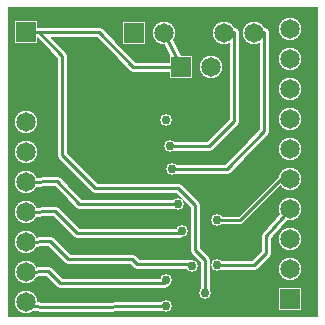
<source format=gbr>
%FSTAX24Y24*%
%MOIN*%
%IN LAYER2.GBR *%
%ADD10C,0.0100*%
%ADD11C,0.0150*%
%ADD12C,0.0240*%
%ADD13C,0.0300*%
%ADD14C,0.0350*%
%ADD15C,0.0400*%
%ADD16C,0.0650*%
%ADD17C,0.0750*%
%ADD18R,0.0650X0.0650*%
%ADD19R,0.0750X0.0750*%
G36*X-00005Y-00005D02*G01X010286D01*Y010286D01*X-00005D01*Y-00005D01*
G37*
%LPC*%
D15*X005157Y002323D03*D17*X00055Y00046D03*D15*X005236Y000315D03*D17*
X00055Y00146D03*D15*X005236Y001181D03*D17*X00055Y00246D03*D15*
X006102Y001654D03*D17*X00055Y00346D03*D15*X005748Y002835D03*D17*
X00055Y00446D03*D15*X00563Y00374D03*D17*X00055Y00546D03*Y00646D03*
Y00746D03*Y00846D03*D15*X005236Y006535D03*X005354Y005669D03*D17*
X00716Y00944D03*D15*X005433Y004882D03*D17*X00816Y00944D03*X00616D03*
D19*X00416D03*D17*X006732Y008307D03*D15*X006417Y006535D03*
X001339Y000787D03*X006535Y000748D03*D19*X005732Y008307D03*D17*
X00516Y00944D03*D19*X00055Y00946D03*D17*X00937Y009551D03*Y008551D03*
Y007551D03*Y006551D03*Y005551D03*Y002551D03*Y001551D03*D19*Y000551D03*
D15*X006929Y001693D03*D17*X00937Y003551D03*Y004551D03*D15*
X006929Y003189D03*D13*X00055Y00046D02*G01X000724Y000315D01*
X001261Y000303D01*X001731D01*X005236Y000315D01*X00055Y00146D02*
X001307Y001488D01*X001693Y001102D01*X005157D01*X005236Y001181D01*
X00055Y00246D02*X00137Y002488D01*X001969Y00189D01*X004094D01*
X004252Y001732D01*X006024D01*X006102Y001654D01*X00055Y00346D02*
X001512Y003488D01*X002244Y002756D01*X005669D01*X005748Y002835D01*
X00055Y00446D02*X001575Y004488D01*X002323Y00374D01*X00563D01*
X005354Y005669D02*X006654D01*X00748Y006496D01*Y009472D01*
X00716Y00944D01*X005433Y004882D02*X007244D01*X008504Y006142D01*
Y009449D01*X00816Y00944D01*X006535Y000748D02*Y00185D01*
X006181Y002205D01*Y003701D01*X00563Y004252D01*X002874D01*
X001772Y005354D01*Y007008D01*Y008661D01*X000984Y009449D01*X002992D01*
X004134Y008307D01*X005732D01*X00516Y00944D01*X000984Y009449D02*
X00063D01*X000591Y009488D01*X00055Y00946D01*X006929Y001693D02*
X00815D01*X008543Y002087D01*Y002653D01*X00937Y003551D01*D12*
X009048Y00456D02*X00937Y004551D01*X007677Y003189D02*X009048Y00456D01*
X006929Y003189D02*X007677D01*
%LPD*%
D13*X005157Y002323D03*D11*X005264Y002429D02*X005299Y002464D01*
X005157Y002473D02*Y002523D01*X005051Y002429D02*X005016Y002464D01*
X005007Y002323D02*X004957D01*X005051Y002217D02*X005016Y002181D01*
X005157Y002173D02*Y002123D01*X005264Y002217D02*X005299Y002181D01*
X005307Y002323D02*X005357D01*D16*X00055Y00046D03*D13*X005236Y000315D03*
D16*X00055Y00146D03*D13*X005236Y001181D03*D16*X00055Y00246D03*D13*
X006102Y001654D03*D16*X00055Y00346D03*D13*X005748Y002835D03*D16*
X00055Y00446D03*D13*X00563Y00374D03*D16*X00055Y00546D03*Y00646D03*
Y00746D03*D14*X00078Y00769D02*X000815Y007725D01*X00055Y007785D02*
Y007835D01*X00032Y00769D02*X000285Y007725D01*X000225Y00746D02*
X000175D01*X00032Y00723D02*X000285Y007195D01*X00055Y007135D02*
Y007085D01*X00078Y00723D02*X000815Y007195D01*X000875Y00746D02*
X000925D01*D16*X00055Y00846D03*D14*X00078Y00869D02*X000815Y008725D01*
X00055Y008785D02*Y008835D01*X00032Y00869D02*X000285Y008725D01*
X000225Y00846D02*X000175D01*X00032Y00823D02*X000285Y008195D01*
X00055Y008135D02*Y008085D01*X00078Y00823D02*X000815Y008195D01*
X000875Y00846D02*X000925D01*D13*X005236Y006535D03*X005354Y005669D03*
D16*X00716Y00944D03*D13*X005433Y004882D03*D16*X00816Y00944D03*
X00616D03*D14*X00639Y00967D02*X006425Y009705D01*X00616Y009765D02*
Y009815D01*X00593Y00967D02*X005895Y009705D01*X005835Y00944D02*
X005785D01*X00593Y00921D02*X005895Y009175D01*X00616Y009115D02*
Y009065D01*X00639Y00921D02*X006425Y009175D01*X006485Y00944D02*
X006535D01*D18*X00416D03*D16*X006732Y008307D03*D13*X006417Y006535D03*
D11*X006523Y006642D02*X006559Y006677D01*X006417Y006685D02*Y006735D01*
X006311Y006642D02*X006276Y006677D01*X006267Y006535D02*X006217D01*
X006311Y006429D02*X006276Y006394D01*X006417Y006385D02*Y006335D01*
X006523Y006429D02*X006559Y006394D01*X006567Y006535D02*X006617D01*D13*
X001339Y000787D03*D11*X001445Y000893D02*X00148Y000929D01*
X001339Y000937D02*Y000987D01*X001233Y000893D02*X001197Y000929D01*
X001189Y000787D02*X001139D01*X001233Y000681D02*X001197Y000646D01*
X001339Y000637D02*Y000587D01*X001445Y000681D02*X00148Y000646D01*
X001489Y000787D02*X001539D01*D13*X006535Y000748D03*D18*
X005732Y008307D03*D16*X00516Y00944D03*D18*X00055Y00946D03*D16*
X00937Y009551D03*Y008551D03*Y007551D03*Y006551D03*Y005551D03*
Y002551D03*Y001551D03*D18*Y000551D03*D13*X006929Y001693D03*D16*
X00937Y003551D03*Y004551D03*D13*X006929Y003189D03*D10*X00055Y00046D02*
X000724Y000315D01*X001261Y000303D01*X001731D01*X005236Y000315D01*
X00055Y00146D02*X001307Y001488D01*X001693Y001102D01*X005157D01*
X005236Y001181D01*X00055Y00246D02*X00137Y002488D01*X001969Y00189D01*
X004094D01*X004252Y001732D01*X006024D01*X006102Y001654D01*
X00055Y00346D02*X001512Y003488D01*X002244Y002756D01*X005669D01*
X005748Y002835D01*X00055Y00446D02*X001575Y004488D01*X002323Y00374D01*
X00563D01*X005354Y005669D02*X006654D01*X00748Y006496D01*Y009472D01*
X00716Y00944D01*X005433Y004882D02*X007244D01*X008504Y006142D01*
Y009449D01*X00816Y00944D01*X006535Y000748D02*Y00185D01*
X006181Y002205D01*Y003701D01*X00563Y004252D01*X002874D01*
X001772Y005354D01*Y007008D01*Y008661D01*X000984Y009449D01*X002992D01*
X004134Y008307D01*X005732D01*X00516Y00944D01*X000984Y009449D02*
X00063D01*X000591Y009488D01*X00055Y00946D01*X006929Y001693D02*
X00815D01*X008543Y002087D01*Y002653D01*X00937Y003551D01*
X009048Y00456D02*X00937Y004551D01*X007677Y003189D02*X009048Y00456D01*
X006929Y003189D02*X007677D01*
M02*
</source>
